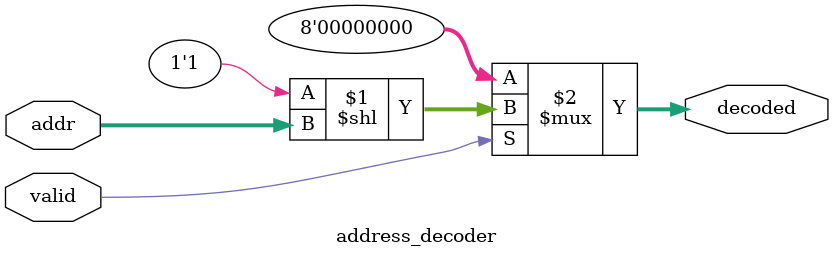
<source format=sv>
`timescale 1ns / 1ps

// 顶层模块
module decoder_parity (
    input clk,               // 时钟信号
    input rst_n,             // 复位信号，低电平有效
    input [4:0] addr_in,     // [4]=parity
    input valid_in,          // 输入有效信号
    output ready_out,        // 输出就绪信号
    output valid_out,        // 输出有效信号
    input ready_in,          // 输入就绪信号
    output [7:0] decoded     // 解码后的数据
);
    wire parity_bit;
    wire [3:0] addr;
    wire parity_match;
    wire internal_valid;
    reg processed;           // 数据处理状态
    
    // 分配输入地址和奇偶校验位
    assign addr = addr_in[3:0];
    assign parity_bit = addr_in[4];
    
    // 输出就绪信号，表示模块可以接收新数据
    assign ready_out = ready_in || !processed;
    
    // 数据处理状态管理
    always @(posedge clk or negedge rst_n) begin
        if (!rst_n)
            processed <= 1'b0;
        else if (valid_in && ready_out)
            processed <= 1'b1;
        else if (valid_out && ready_in)
            processed <= 1'b0;
    end
    
    // 实例化奇偶校验计算模块
    parity_calculator parity_calc_inst (
        .data(addr),
        .parity(parity_match)
    );
    
    // 实例化有效性检查模块
    validity_checker validity_check_inst (
        .parity_bit(parity_bit),
        .computed_parity(parity_match),
        .valid(internal_valid)
    );
    
    // 输出有效信号生成
    assign valid_out = processed && internal_valid;
    
    // 实例化解码器模块
    address_decoder addr_decoder_inst (
        .addr(addr),
        .valid(internal_valid),
        .decoded(decoded)
    );
    
endmodule

// 奇偶校验计算模块
module parity_calculator (
    input [3:0] data,
    output parity
);
    // 计算数据的奇偶校验
    assign parity = ^data;
endmodule

// 有效性检查模块
module validity_checker (
    input parity_bit,
    input computed_parity,
    output reg valid
);
    // 检查计算的奇偶校验是否与提供的奇偶校验位匹配
    always @(*) begin
        valid = (computed_parity == parity_bit);
    end
endmodule

// 地址解码器模块
module address_decoder (
    input [3:0] addr,
    input valid,
    output [7:0] decoded
);
    // 当有效时执行地址解码
    assign decoded = valid ? (1'b1 << addr) : 8'h0;
endmodule
</source>
